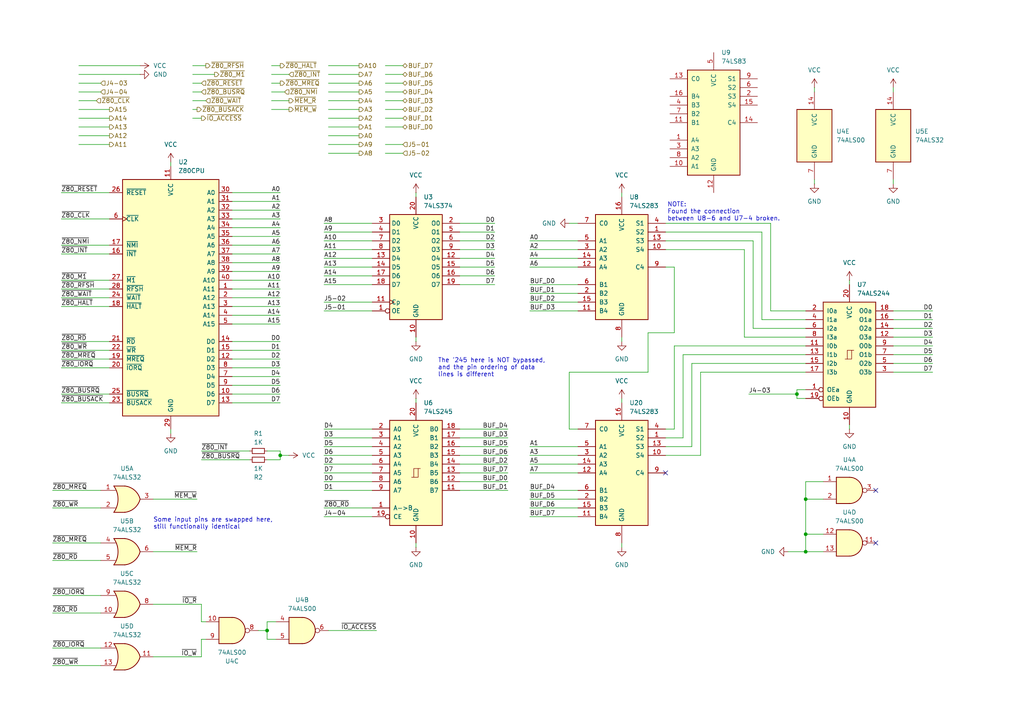
<source format=kicad_sch>
(kicad_sch (version 20231120) (generator "eeschema") (generator_version "8.0")
  (paper "A4")
  (lib_symbols
    (symbol "74xx:74LS00" (pin_names (offset 1.016))
      (property "Reference" "U" (at 0 1.27 0))
      (property "Value" "74LS00" (at 0 -1.27 0))
      (symbol "74LS00_1_1"
        (pin input line (at -7.62 2.54 0) (length 3.81) (name "~") (number "1"))
        (pin input line (at -7.62 -2.54 0) (length 3.81) (name "~") (number "2"))
        (pin output inverted (at 7.62 0 180) (length 3.81) (name "~") (number "3"))
      )
      (symbol "74LS00_1_2"
        (pin input inverted (at -7.62 2.54 0) (length 4.318) (name "~") (number "1"))
        (pin input inverted (at -7.62 -2.54 0) (length 4.318) (name "~") (number "2"))
        (pin output line (at 7.62 0 180) (length 3.81) (name "~") (number "3"))
      )
      (symbol "74LS00_2_1"
        (pin input line (at -7.62 2.54 0) (length 3.81) (name "~") (number "4"))
        (pin input line (at -7.62 -2.54 0) (length 3.81) (name "~") (number "5"))
        (pin output inverted (at 7.62 0 180) (length 3.81) (name "~") (number "6"))
      )
      (symbol "74LS00_2_2"
        (pin input inverted (at -7.62 2.54 0) (length 4.318) (name "~") (number "4"))
        (pin input inverted (at -7.62 -2.54 0) (length 4.318) (name "~") (number "5"))
        (pin output line (at 7.62 0 180) (length 3.81) (name "~") (number "6"))
      )
      (symbol "74LS00_3_1"
        (pin input line (at -7.62 -2.54 0) (length 3.81) (name "~") (number "10"))
        (pin output inverted (at 7.62 0 180) (length 3.81) (name "~") (number "8"))
        (pin input line (at -7.62 2.54 0) (length 3.81) (name "~") (number "9"))
      )
      (symbol "74LS00_3_2"
        (pin input inverted (at -7.62 -2.54 0) (length 4.318) (name "~") (number "10"))
        (pin output line (at 7.62 0 180) (length 3.81) (name "~") (number "8"))
        (pin input inverted (at -7.62 2.54 0) (length 4.318) (name "~") (number "9"))
      )
      (symbol "74LS00_4_1"
        (pin output inverted (at 7.62 0 180) (length 3.81) (name "~") (number "11"))
        (pin input line (at -7.62 2.54 0) (length 3.81) (name "~") (number "12"))
        (pin input line (at -7.62 -2.54 0) (length 3.81) (name "~") (number "13"))
      )
      (symbol "74LS00_4_2"
        (pin output line (at 7.62 0 180) (length 3.81) (name "~") (number "11"))
        (pin input inverted (at -7.62 2.54 0) (length 4.318) (name "~") (number "12"))
        (pin input inverted (at -7.62 -2.54 0) (length 4.318) (name "~") (number "13"))
      )
      (symbol "74LS00_5_0"
        (pin power_in line (at 0 12.7 270) (length 5.08) (name "VCC") (number "14"))
        (pin power_in line (at 0 -12.7 90) (length 5.08) (name "GND") (number "7"))
      )
    )
    (symbol "74xx:74LS244" (pin_names (offset 1.016))
      (property "Reference" "U" (at -7.62 16.51 0))
      (property "Value" "74LS244" (at -7.62 -16.51 0))
      (symbol "74LS244_1_0"
        (pin input inverted (at -12.7 -10.16 0) (length 5.08) (name "OEa") (number "1"))
        (pin power_in line (at 0 -20.32 90) (length 5.08) (name "GND") (number "10"))
        (pin input line (at -12.7 2.54 0) (length 5.08) (name "I0b") (number "11"))
        (pin tri_state line (at 12.7 5.08 180) (length 5.08) (name "O3a") (number "12"))
        (pin input line (at -12.7 0 0) (length 5.08) (name "I1b") (number "13"))
        (pin tri_state line (at 12.7 7.62 180) (length 5.08) (name "O2a") (number "14"))
        (pin input line (at -12.7 -2.54 0) (length 5.08) (name "I2b") (number "15"))
        (pin tri_state line (at 12.7 10.16 180) (length 5.08) (name "O1a") (number "16"))
        (pin input line (at -12.7 -5.08 0) (length 5.08) (name "I3b") (number "17"))
        (pin tri_state line (at 12.7 12.7 180) (length 5.08) (name "O0a") (number "18"))
        (pin input inverted (at -12.7 -12.7 0) (length 5.08) (name "OEb") (number "19"))
        (pin input line (at -12.7 12.7 0) (length 5.08) (name "I0a") (number "2"))
        (pin power_in line (at 0 20.32 270) (length 5.08) (name "VCC") (number "20"))
        (pin tri_state line (at 12.7 -5.08 180) (length 5.08) (name "O3b") (number "3"))
        (pin input line (at -12.7 10.16 0) (length 5.08) (name "I1a") (number "4"))
        (pin tri_state line (at 12.7 -2.54 180) (length 5.08) (name "O2b") (number "5"))
        (pin input line (at -12.7 7.62 0) (length 5.08) (name "I2a") (number "6"))
        (pin tri_state line (at 12.7 0 180) (length 5.08) (name "O1b") (number "7"))
        (pin input line (at -12.7 5.08 0) (length 5.08) (name "I3a") (number "8"))
        (pin tri_state line (at 12.7 2.54 180) (length 5.08) (name "O0b") (number "9"))
      )
    )
    (symbol "74xx:74LS245" (pin_names (offset 1.016))
      (property "Reference" "U" (at -7.62 16.51 0))
      (property "Value" "74LS245" (at -7.62 -16.51 0))
      (symbol "74LS245_1_0"
        (pin input line (at -12.7 -10.16 0) (length 5.08) (name "A->B") (number "1"))
        (pin power_in line (at 0 -20.32 90) (length 5.08) (name "GND") (number "10"))
        (pin tri_state line (at 12.7 -5.08 180) (length 5.08) (name "B7") (number "11"))
        (pin tri_state line (at 12.7 -2.54 180) (length 5.08) (name "B6") (number "12"))
        (pin tri_state line (at 12.7 0 180) (length 5.08) (name "B5") (number "13"))
        (pin tri_state line (at 12.7 2.54 180) (length 5.08) (name "B4") (number "14"))
        (pin tri_state line (at 12.7 5.08 180) (length 5.08) (name "B3") (number "15"))
        (pin tri_state line (at 12.7 7.62 180) (length 5.08) (name "B2") (number "16"))
        (pin tri_state line (at 12.7 10.16 180) (length 5.08) (name "B1") (number "17"))
        (pin tri_state line (at 12.7 12.7 180) (length 5.08) (name "B0") (number "18"))
        (pin input inverted (at -12.7 -12.7 0) (length 5.08) (name "CE") (number "19"))
        (pin tri_state line (at -12.7 12.7 0) (length 5.08) (name "A0") (number "2"))
        (pin power_in line (at 0 20.32 270) (length 5.08) (name "VCC") (number "20"))
        (pin tri_state line (at -12.7 10.16 0) (length 5.08) (name "A1") (number "3"))
        (pin tri_state line (at -12.7 7.62 0) (length 5.08) (name "A2") (number "4"))
        (pin tri_state line (at -12.7 5.08 0) (length 5.08) (name "A3") (number "5"))
        (pin tri_state line (at -12.7 2.54 0) (length 5.08) (name "A4") (number "6"))
        (pin tri_state line (at -12.7 0 0) (length 5.08) (name "A5") (number "7"))
        (pin tri_state line (at -12.7 -2.54 0) (length 5.08) (name "A6") (number "8"))
        (pin tri_state line (at -12.7 -5.08 0) (length 5.08) (name "A7") (number "9"))
      )
    )
    (symbol "74xx:74LS283" (pin_names (offset 1.016))
      (property "Reference" "U" (at -7.62 16.51 0))
      (property "Value" "74LS283" (at -7.62 -16.51 0))
      (symbol "74LS283_1_0"
        (pin output line (at 12.7 10.16 180) (length 5.08) (name "S2") (number "1"))
        (pin output line (at 12.7 5.08 180) (length 5.08) (name "S4") (number "10"))
        (pin input line (at -12.7 -12.7 0) (length 5.08) (name "B4") (number "11"))
        (pin input line (at -12.7 0 0) (length 5.08) (name "A4") (number "12"))
        (pin output line (at 12.7 7.62 180) (length 5.08) (name "S3") (number "13"))
        (pin input line (at -12.7 2.54 0) (length 5.08) (name "A3") (number "14"))
        (pin input line (at -12.7 -10.16 0) (length 5.08) (name "B3") (number "15"))
        (pin power_in line (at 0 20.32 270) (length 5.08) (name "VCC") (number "16"))
        (pin input line (at -12.7 -7.62 0) (length 5.08) (name "B2") (number "2"))
        (pin input line (at -12.7 5.08 0) (length 5.08) (name "A2") (number "3"))
        (pin output line (at 12.7 12.7 180) (length 5.08) (name "S1") (number "4"))
        (pin input line (at -12.7 7.62 0) (length 5.08) (name "A1") (number "5"))
        (pin input line (at -12.7 -5.08 0) (length 5.08) (name "B1") (number "6"))
        (pin input line (at -12.7 12.7 0) (length 5.08) (name "C0") (number "7"))
        (pin power_in line (at 0 -20.32 90) (length 5.08) (name "GND") (number "8"))
        (pin output line (at 12.7 0 180) (length 5.08) (name "C4") (number "9"))
      )
    )
    (symbol "74xx:74LS32" (pin_names (offset 1.016))
      (property "Reference" "U" (at 0 1.27 0))
      (property "Value" "74LS32" (at 0 -1.27 0))
      (symbol "74LS32_1_1"
        (pin input line (at -7.62 2.54 0) (length 4.318) (name "~") (number "1"))
        (pin input line (at -7.62 -2.54 0) (length 4.318) (name "~") (number "2"))
        (pin output line (at 7.62 0 180) (length 3.81) (name "~") (number "3"))
      )
      (symbol "74LS32_1_2"
        (pin input inverted (at -7.62 2.54 0) (length 3.81) (name "~") (number "1"))
        (pin input inverted (at -7.62 -2.54 0) (length 3.81) (name "~") (number "2"))
        (pin output inverted (at 7.62 0 180) (length 3.81) (name "~") (number "3"))
      )
      (symbol "74LS32_2_1"
        (pin input line (at -7.62 2.54 0) (length 4.318) (name "~") (number "4"))
        (pin input line (at -7.62 -2.54 0) (length 4.318) (name "~") (number "5"))
        (pin output line (at 7.62 0 180) (length 3.81) (name "~") (number "6"))
      )
      (symbol "74LS32_2_2"
        (pin input inverted (at -7.62 2.54 0) (length 3.81) (name "~") (number "4"))
        (pin input inverted (at -7.62 -2.54 0) (length 3.81) (name "~") (number "5"))
        (pin output inverted (at 7.62 0 180) (length 3.81) (name "~") (number "6"))
      )
      (symbol "74LS32_3_1"
        (pin input line (at -7.62 -2.54 0) (length 4.318) (name "~") (number "10"))
        (pin output line (at 7.62 0 180) (length 3.81) (name "~") (number "8"))
        (pin input line (at -7.62 2.54 0) (length 4.318) (name "~") (number "9"))
      )
      (symbol "74LS32_3_2"
        (pin input inverted (at -7.62 -2.54 0) (length 3.81) (name "~") (number "10"))
        (pin output inverted (at 7.62 0 180) (length 3.81) (name "~") (number "8"))
        (pin input inverted (at -7.62 2.54 0) (length 3.81) (name "~") (number "9"))
      )
      (symbol "74LS32_4_1"
        (pin output line (at 7.62 0 180) (length 3.81) (name "~") (number "11"))
        (pin input line (at -7.62 2.54 0) (length 4.318) (name "~") (number "12"))
        (pin input line (at -7.62 -2.54 0) (length 4.318) (name "~") (number "13"))
      )
      (symbol "74LS32_4_2"
        (pin output inverted (at 7.62 0 180) (length 3.81) (name "~") (number "11"))
        (pin input inverted (at -7.62 2.54 0) (length 3.81) (name "~") (number "12"))
        (pin input inverted (at -7.62 -2.54 0) (length 3.81) (name "~") (number "13"))
      )
      (symbol "74LS32_5_0"
        (pin power_in line (at 0 12.7 270) (length 5.08) (name "VCC") (number "14"))
        (pin power_in line (at 0 -12.7 90) (length 5.08) (name "GND") (number "7"))
      )
    )
    (symbol "74xx:74LS374"
      (property "Reference" "U" (at -7.62 16.51 0))
      (property "Value" "74LS374" (at -7.62 -16.51 0))
      (symbol "74LS374_1_0"
        (pin input inverted (at -12.7 -12.7 0) (length 5.08) (name "OE") (number "1"))
        (pin power_in line (at 0 -20.32 90) (length 5.08) (name "GND") (number "10"))
        (pin input clock (at -12.7 -10.16 0) (length 5.08) (name "Cp") (number "11"))
        (pin tri_state line (at 12.7 2.54 180) (length 5.08) (name "O4") (number "12"))
        (pin input line (at -12.7 2.54 0) (length 5.08) (name "D4") (number "13"))
        (pin input line (at -12.7 0 0) (length 5.08) (name "D5") (number "14"))
        (pin tri_state line (at 12.7 0 180) (length 5.08) (name "O5") (number "15"))
        (pin tri_state line (at 12.7 -2.54 180) (length 5.08) (name "O6") (number "16"))
        (pin input line (at -12.7 -2.54 0) (length 5.08) (name "D6") (number "17"))
        (pin input line (at -12.7 -5.08 0) (length 5.08) (name "D7") (number "18"))
        (pin tri_state line (at 12.7 -5.08 180) (length 5.08) (name "O7") (number "19"))
        (pin tri_state line (at 12.7 12.7 180) (length 5.08) (name "O0") (number "2"))
        (pin power_in line (at 0 20.32 270) (length 5.08) (name "VCC") (number "20"))
        (pin input line (at -12.7 12.7 0) (length 5.08) (name "D0") (number "3"))
        (pin input line (at -12.7 10.16 0) (length 5.08) (name "D1") (number "4"))
        (pin tri_state line (at 12.7 10.16 180) (length 5.08) (name "O1") (number "5"))
        (pin tri_state line (at 12.7 7.62 180) (length 5.08) (name "O2") (number "6"))
        (pin input line (at -12.7 7.62 0) (length 5.08) (name "D2") (number "7"))
        (pin input line (at -12.7 5.08 0) (length 5.08) (name "D3") (number "8"))
        (pin tri_state line (at 12.7 5.08 180) (length 5.08) (name "O3") (number "9"))
      )
    )
    (symbol "74xx:74LS83" (pin_names (offset 1.016))
      (property "Reference" "U" (at -7.62 16.51 0))
      (property "Value" "74LS83" (at -7.62 -16.51 0))
      (symbol "74LS83_1_0"
        (pin input line (at -12.7 -5.08 0) (length 5.08) (name "A4") (number "1"))
        (pin input line (at -12.7 -12.7 0) (length 5.08) (name "A1") (number "10"))
        (pin input line (at -12.7 0 0) (length 5.08) (name "B1") (number "11"))
        (pin power_in line (at 0 -20.32 90) (length 5.08) (name "GND") (number "12"))
        (pin input line (at -12.7 12.7 0) (length 5.08) (name "C0") (number "13"))
        (pin output line (at 12.7 0 180) (length 5.08) (name "C4") (number "14"))
        (pin output line (at 12.7 5.08 180) (length 5.08) (name "S4") (number "15"))
        (pin input line (at -12.7 7.62 0) (length 5.08) (name "B4") (number "16"))
        (pin output line (at 12.7 7.62 180) (length 5.08) (name "S3") (number "2"))
        (pin input line (at -12.7 -7.62 0) (length 5.08) (name "A3") (number "3"))
        (pin input line (at -12.7 5.08 0) (length 5.08) (name "B3") (number "4"))
        (pin power_in line (at 0 20.32 270) (length 5.08) (name "VCC") (number "5"))
        (pin output line (at 12.7 10.16 180) (length 5.08) (name "S2") (number "6"))
        (pin input line (at -12.7 2.54 0) (length 5.08) (name "B2") (number "7"))
        (pin input line (at -12.7 -10.16 0) (length 5.08) (name "A2") (number "8"))
        (pin output line (at 12.7 12.7 180) (length 5.08) (name "S1") (number "9"))
      )
    )
    (symbol "CPU:Z80CPU" (pin_names (offset 1.016))
      (property "Reference" "U" (at -13.97 35.56 0))
      (property "Value" "Z80CPU" (at 6.35 35.56 0))
      (symbol "Z80CPU_1_1"
        (pin output line (at 17.78 2.54 180) (length 3.81) (name "A11") (number "1"))
        (pin bidirectional line (at 17.78 -27.94 180) (length 3.81) (name "D6") (number "10"))
        (pin power_in line (at 0 38.1 270) (length 3.81) (name "VCC") (number "11"))
        (pin bidirectional line (at 17.78 -17.78 180) (length 3.81) (name "D2") (number "12"))
        (pin bidirectional line (at 17.78 -30.48 180) (length 3.81) (name "D7") (number "13"))
        (pin bidirectional line (at 17.78 -12.7 180) (length 3.81) (name "D0") (number "14"))
        (pin bidirectional line (at 17.78 -15.24 180) (length 3.81) (name "D1") (number "15"))
        (pin input line (at -17.78 12.7 0) (length 3.81) (name "~{INT}") (number "16"))
        (pin input line (at -17.78 15.24 0) (length 3.81) (name "~{NMI}") (number "17"))
        (pin output line (at -17.78 -2.54 0) (length 3.81) (name "~{HALT}") (number "18"))
        (pin output line (at -17.78 -17.78 0) (length 3.81) (name "~{MREQ}") (number "19"))
        (pin output line (at 17.78 0 180) (length 3.81) (name "A12") (number "2"))
        (pin output line (at -17.78 -20.32 0) (length 3.81) (name "~{IORQ}") (number "20"))
        (pin output line (at -17.78 -12.7 0) (length 3.81) (name "~{RD}") (number "21"))
        (pin output line (at -17.78 -15.24 0) (length 3.81) (name "~{WR}") (number "22"))
        (pin output line (at -17.78 -30.48 0) (length 3.81) (name "~{BUSACK}") (number "23"))
        (pin input line (at -17.78 0 0) (length 3.81) (name "~{WAIT}") (number "24"))
        (pin input line (at -17.78 -27.94 0) (length 3.81) (name "~{BUSRQ}") (number "25"))
        (pin input line (at -17.78 30.48 0) (length 3.81) (name "~{RESET}") (number "26"))
        (pin output line (at -17.78 5.08 0) (length 3.81) (name "~{M1}") (number "27"))
        (pin output line (at -17.78 2.54 0) (length 3.81) (name "~{RFSH}") (number "28"))
        (pin power_in line (at 0 -38.1 90) (length 3.81) (name "GND") (number "29"))
        (pin output line (at 17.78 -2.54 180) (length 3.81) (name "A13") (number "3"))
        (pin output line (at 17.78 30.48 180) (length 3.81) (name "A0") (number "30"))
        (pin output line (at 17.78 27.94 180) (length 3.81) (name "A1") (number "31"))
        (pin output line (at 17.78 25.4 180) (length 3.81) (name "A2") (number "32"))
        (pin output line (at 17.78 22.86 180) (length 3.81) (name "A3") (number "33"))
        (pin output line (at 17.78 20.32 180) (length 3.81) (name "A4") (number "34"))
        (pin output line (at 17.78 17.78 180) (length 3.81) (name "A5") (number "35"))
        (pin output line (at 17.78 15.24 180) (length 3.81) (name "A6") (number "36"))
        (pin output line (at 17.78 12.7 180) (length 3.81) (name "A7") (number "37"))
        (pin output line (at 17.78 10.16 180) (length 3.81) (name "A8") (number "38"))
        (pin output line (at 17.78 7.62 180) (length 3.81) (name "A9") (number "39"))
        (pin output line (at 17.78 -5.08 180) (length 3.81) (name "A14") (number "4"))
        (pin output line (at 17.78 5.08 180) (length 3.81) (name "A10") (number "40"))
        (pin output line (at 17.78 -7.62 180) (length 3.81) (name "A15") (number "5"))
        (pin input clock (at -17.78 22.86 0) (length 3.81) (name "~{CLK}") (number "6"))
        (pin bidirectional line (at 17.78 -22.86 180) (length 3.81) (name "D4") (number "7"))
        (pin bidirectional line (at 17.78 -20.32 180) (length 3.81) (name "D3") (number "8"))
        (pin bidirectional line (at 17.78 -25.4 180) (length 3.81) (name "D5") (number "9"))
      )
    )
    (symbol "Device:R_Small" (pin_numbers hide) (pin_names (offset 0.254) hide)
      (property "Reference" "R" (at 0.762 0.508 0))
      (property "Value" "R_Small" (at 0.762 -1.016 0))
      (symbol "R_Small_1_1"
        (pin passive line (at 0 2.54 270) (length 0.762) (name "~") (number "1"))
        (pin passive line (at 0 -2.54 90) (length 0.762) (name "~") (number "2"))
      )
    )
    (symbol "power:GND" (power) (pin_numbers hide) (pin_names (offset 0) hide)
      (property "Value" "GND" (at 0 -3.81 0))
      (symbol "GND_1_1"
        (pin power_in line (at 0 0 270) (length 0) (name "~") (number "1"))
      )
    )
    (symbol "power:VCC" (power) (pin_numbers hide) (pin_names (offset 0) hide)
      (property "Value" "VCC" (at 0 3.556 0))
      (symbol "VCC_1_1"
        (pin power_in line (at 0 0 90) (length 0) (name "~") (number "1"))
      )
    )
  )
  (junction (at 231.14 114.3))
  (junction (at 233.68 144.78))
  (junction (at 233.68 160.02))
  (junction (at 77.47 182.88))
  (junction (at 233.68 154.94))
  (junction (at 81.28 132.08))
  (no_connect (at 254 142.24))
  (no_connect (at 254 157.48))
  (no_connect (at 193.04 137.16))
  (wire (pts (xy 153.67 144.78) (xy 167.64 144.78)))
  (wire (pts (xy 147.32 129.54) (xy 133.35 129.54)))
  (wire (pts (xy 133.35 77.47) (xy 143.51 77.47)))
  (wire (pts (xy 22.86 26.67) (xy 29.21 26.67)))
  (wire (pts (xy 55.88 19.05) (xy 59.69 19.05)))
  (wire (pts (xy 147.32 134.62) (xy 133.35 134.62)))
  (wire (pts (xy 93.98 80.01) (xy 107.95 80.01)))
  (wire (pts (xy 15.24 193.04) (xy 29.21 193.04)))
  (wire (pts (xy 233.68 97.79) (xy 215.9 97.79)))
  (wire (pts (xy 259.08 52.07) (xy 259.08 53.34)))
  (wire (pts (xy 195.58 124.46) (xy 195.58 100.33)))
  (wire (pts (xy 22.86 41.91) (xy 31.75 41.91)))
  (wire (pts (xy 22.86 31.75) (xy 31.75 31.75)))
  (wire (pts (xy 49.53 124.46) (xy 49.53 125.73)))
  (wire (pts (xy 67.31 68.58) (xy 81.28 68.58)))
  (wire (pts (xy 180.34 97.79) (xy 180.34 99.06)))
  (wire (pts (xy 78.74 31.75) (xy 83.82 31.75)))
  (wire (pts (xy 218.44 69.85) (xy 218.44 95.25)))
  (wire (pts (xy 67.31 88.9) (xy 81.28 88.9)))
  (wire (pts (xy 22.86 34.29) (xy 31.75 34.29)))
  (wire (pts (xy 215.9 97.79) (xy 215.9 72.39)))
  (wire (pts (xy 44.45 160.02) (xy 57.15 160.02)))
  (wire (pts (xy 15.24 162.56) (xy 29.21 162.56)))
  (wire (pts (xy 67.31 78.74) (xy 81.28 78.74)))
  (wire (pts (xy 147.32 124.46) (xy 133.35 124.46)))
  (wire (pts (xy 93.98 132.08) (xy 107.95 132.08)))
  (wire (pts (xy 153.67 82.55) (xy 167.64 82.55)))
  (wire (pts (xy 17.78 101.6) (xy 31.75 101.6)))
  (wire (pts (xy 67.31 93.98) (xy 81.28 93.98)))
  (wire (pts (xy 55.88 24.13) (xy 58.42 24.13)))
  (wire (pts (xy 133.35 67.31) (xy 143.51 67.31)))
  (wire (pts (xy 93.98 82.55) (xy 107.95 82.55)))
  (wire (pts (xy 111.76 24.13) (xy 116.84 24.13)))
  (wire (pts (xy 153.67 69.85) (xy 167.64 69.85)))
  (wire (pts (xy 67.31 81.28) (xy 81.28 81.28)))
  (wire (pts (xy 93.98 67.31) (xy 107.95 67.31)))
  (wire (pts (xy 93.98 139.7) (xy 107.95 139.7)))
  (wire (pts (xy 231.14 115.57) (xy 233.68 115.57)))
  (wire (pts (xy 193.04 64.77) (xy 223.52 64.77)))
  (wire (pts (xy 153.67 72.39) (xy 167.64 72.39)))
  (wire (pts (xy 153.67 90.17) (xy 167.64 90.17)))
  (wire (pts (xy 93.98 137.16) (xy 107.95 137.16)))
  (wire (pts (xy 67.31 109.22) (xy 81.28 109.22)))
  (wire (pts (xy 17.78 81.28) (xy 31.75 81.28)))
  (wire (pts (xy 259.08 92.71) (xy 270.51 92.71)))
  (wire (pts (xy 22.86 24.13) (xy 29.21 24.13)))
  (wire (pts (xy 93.98 134.62) (xy 107.95 134.62)))
  (wire (pts (xy 153.67 132.08) (xy 167.64 132.08)))
  (wire (pts (xy 193.04 69.85) (xy 218.44 69.85)))
  (wire (pts (xy 147.32 127) (xy 133.35 127)))
  (wire (pts (xy 93.98 74.93) (xy 107.95 74.93)))
  (wire (pts (xy 93.98 77.47) (xy 107.95 77.47)))
  (wire (pts (xy 67.31 86.36) (xy 81.28 86.36)))
  (wire (pts (xy 93.98 72.39) (xy 107.95 72.39)))
  (wire (pts (xy 67.31 66.04) (xy 81.28 66.04)))
  (wire (pts (xy 58.42 185.42) (xy 59.69 185.42)))
  (wire (pts (xy 195.58 100.33) (xy 233.68 100.33)))
  (wire (pts (xy 15.24 187.96) (xy 29.21 187.96)))
  (wire (pts (xy 95.25 41.91) (xy 104.14 41.91)))
  (wire (pts (xy 187.96 96.52) (xy 187.96 107.95)))
  (wire (pts (xy 153.67 87.63) (xy 167.64 87.63)))
  (wire (pts (xy 58.42 190.5) (xy 58.42 185.42)))
  (wire (pts (xy 233.68 144.78) (xy 238.76 144.78)))
  (wire (pts (xy 67.31 91.44) (xy 81.28 91.44)))
  (wire (pts (xy 231.14 114.3) (xy 231.14 115.57)))
  (wire (pts (xy 111.76 31.75) (xy 116.84 31.75)))
  (wire (pts (xy 55.88 21.59) (xy 62.23 21.59)))
  (wire (pts (xy 95.25 24.13) (xy 104.14 24.13)))
  (wire (pts (xy 67.31 104.14) (xy 81.28 104.14)))
  (wire (pts (xy 195.58 77.47) (xy 195.58 96.52)))
  (wire (pts (xy 111.76 41.91) (xy 116.84 41.91)))
  (wire (pts (xy 228.6 160.02) (xy 233.68 160.02)))
  (wire (pts (xy 74.93 182.88) (xy 77.47 182.88)))
  (wire (pts (xy 17.78 114.3) (xy 31.75 114.3)))
  (wire (pts (xy 153.67 147.32) (xy 167.64 147.32)))
  (wire (pts (xy 215.9 72.39) (xy 193.04 72.39)))
  (wire (pts (xy 31.75 63.5) (xy 17.78 63.5)))
  (wire (pts (xy 17.78 73.66) (xy 31.75 73.66)))
  (wire (pts (xy 203.2 107.95) (xy 233.68 107.95)))
  (wire (pts (xy 120.65 55.88) (xy 120.65 57.15)))
  (wire (pts (xy 95.25 39.37) (xy 104.14 39.37)))
  (wire (pts (xy 133.35 74.93) (xy 143.51 74.93)))
  (wire (pts (xy 67.31 63.5) (xy 81.28 63.5)))
  (wire (pts (xy 153.67 85.09) (xy 167.64 85.09)))
  (wire (pts (xy 218.44 95.25) (xy 233.68 95.25)))
  (wire (pts (xy 15.24 157.48) (xy 29.21 157.48)))
  (wire (pts (xy 195.58 96.52) (xy 187.96 96.52)))
  (wire (pts (xy 111.76 29.21) (xy 116.84 29.21)))
  (wire (pts (xy 198.12 127) (xy 198.12 102.87)))
  (wire (pts (xy 95.25 34.29) (xy 104.14 34.29)))
  (wire (pts (xy 193.04 132.08) (xy 203.2 132.08)))
  (wire (pts (xy 133.35 69.85) (xy 143.51 69.85)))
  (wire (pts (xy 17.78 83.82) (xy 31.75 83.82)))
  (wire (pts (xy 107.95 149.86) (xy 93.98 149.86)))
  (wire (pts (xy 22.86 21.59) (xy 40.64 21.59)))
  (wire (pts (xy 44.45 190.5) (xy 58.42 190.5)))
  (wire (pts (xy 58.42 130.81) (xy 72.39 130.81)))
  (wire (pts (xy 49.53 46.99) (xy 49.53 48.26)))
  (wire (pts (xy 133.35 72.39) (xy 143.51 72.39)))
  (wire (pts (xy 95.25 44.45) (xy 104.14 44.45)))
  (wire (pts (xy 22.86 19.05) (xy 40.64 19.05)))
  (wire (pts (xy 67.31 55.88) (xy 81.28 55.88)))
  (wire (pts (xy 233.68 144.78) (xy 233.68 154.94)))
  (wire (pts (xy 67.31 114.3) (xy 81.28 114.3)))
  (wire (pts (xy 259.08 97.79) (xy 270.51 97.79)))
  (wire (pts (xy 147.32 142.24) (xy 133.35 142.24)))
  (wire (pts (xy 236.22 25.4) (xy 236.22 26.67)))
  (wire (pts (xy 55.88 34.29) (xy 58.42 34.29)))
  (wire (pts (xy 93.98 124.46) (xy 107.95 124.46)))
  (wire (pts (xy 77.47 185.42) (xy 80.01 185.42)))
  (wire (pts (xy 233.68 154.94) (xy 233.68 160.02)))
  (wire (pts (xy 31.75 55.88) (xy 17.78 55.88)))
  (wire (pts (xy 81.28 130.81) (xy 81.28 132.08)))
  (wire (pts (xy 17.78 99.06) (xy 31.75 99.06)))
  (wire (pts (xy 233.68 113.03) (xy 231.14 113.03)))
  (wire (pts (xy 55.88 31.75) (xy 57.15 31.75)))
  (wire (pts (xy 15.24 147.32) (xy 29.21 147.32)))
  (wire (pts (xy 22.86 36.83) (xy 31.75 36.83)))
  (wire (pts (xy 200.66 105.41) (xy 233.68 105.41)))
  (wire (pts (xy 200.66 129.54) (xy 200.66 105.41)))
  (wire (pts (xy 58.42 175.26) (xy 58.42 180.34)))
  (wire (pts (xy 93.98 129.54) (xy 107.95 129.54)))
  (wire (pts (xy 147.32 139.7) (xy 133.35 139.7)))
  (wire (pts (xy 95.25 26.67) (xy 104.14 26.67)))
  (wire (pts (xy 165.1 124.46) (xy 167.64 124.46)))
  (wire (pts (xy 67.31 58.42) (xy 81.28 58.42)))
  (wire (pts (xy 67.31 73.66) (xy 81.28 73.66)))
  (wire (pts (xy 44.45 144.78) (xy 57.15 144.78)))
  (wire (pts (xy 193.04 124.46) (xy 195.58 124.46)))
  (wire (pts (xy 17.78 71.12) (xy 31.75 71.12)))
  (wire (pts (xy 67.31 99.06) (xy 81.28 99.06)))
  (wire (pts (xy 95.25 29.21) (xy 104.14 29.21)))
  (wire (pts (xy 133.35 80.01) (xy 143.51 80.01)))
  (wire (pts (xy 17.78 86.36) (xy 31.75 86.36)))
  (wire (pts (xy 233.68 154.94) (xy 238.76 154.94)))
  (wire (pts (xy 165.1 107.95) (xy 165.1 124.46)))
  (wire (pts (xy 107.95 87.63) (xy 93.98 87.63)))
  (wire (pts (xy 259.08 95.25) (xy 270.51 95.25)))
  (wire (pts (xy 120.65 97.79) (xy 120.65 99.06)))
  (wire (pts (xy 193.04 67.31) (xy 220.98 67.31)))
  (wire (pts (xy 153.67 142.24) (xy 167.64 142.24)))
  (wire (pts (xy 111.76 36.83) (xy 116.84 36.83)))
  (wire (pts (xy 22.86 29.21) (xy 27.94 29.21)))
  (wire (pts (xy 67.31 83.82) (xy 81.28 83.82)))
  (wire (pts (xy 17.78 88.9) (xy 31.75 88.9)))
  (wire (pts (xy 78.74 26.67) (xy 82.55 26.67)))
  (wire (pts (xy 153.67 129.54) (xy 167.64 129.54)))
  (wire (pts (xy 165.1 64.77) (xy 167.64 64.77)))
  (wire (pts (xy 133.35 82.55) (xy 143.51 82.55)))
  (wire (pts (xy 259.08 107.95) (xy 270.51 107.95)))
  (wire (pts (xy 55.88 26.67) (xy 58.42 26.67)))
  (wire (pts (xy 147.32 132.08) (xy 133.35 132.08)))
  (wire (pts (xy 78.74 21.59) (xy 83.82 21.59)))
  (wire (pts (xy 67.31 116.84) (xy 81.28 116.84)))
  (wire (pts (xy 80.01 180.34) (xy 77.47 180.34)))
  (wire (pts (xy 111.76 26.67) (xy 116.84 26.67)))
  (wire (pts (xy 95.25 31.75) (xy 104.14 31.75)))
  (wire (pts (xy 93.98 147.32) (xy 107.95 147.32)))
  (wire (pts (xy 67.31 111.76) (xy 81.28 111.76)))
  (wire (pts (xy 111.76 34.29) (xy 116.84 34.29)))
  (wire (pts (xy 17.78 116.84) (xy 31.75 116.84)))
  (wire (pts (xy 153.67 137.16) (xy 167.64 137.16)))
  (wire (pts (xy 180.34 157.48) (xy 180.34 158.75)))
  (wire (pts (xy 78.74 24.13) (xy 81.28 24.13)))
  (wire (pts (xy 111.76 44.45) (xy 116.84 44.45)))
  (wire (pts (xy 153.67 149.86) (xy 167.64 149.86)))
  (wire (pts (xy 95.25 19.05) (xy 104.14 19.05)))
  (wire (pts (xy 193.04 77.47) (xy 195.58 77.47)))
  (wire (pts (xy 246.38 81.28) (xy 246.38 82.55)))
  (wire (pts (xy 81.28 132.08) (xy 81.28 133.35)))
  (wire (pts (xy 193.04 127) (xy 198.12 127)))
  (wire (pts (xy 223.52 90.17) (xy 233.68 90.17)))
  (wire (pts (xy 95.25 182.88) (xy 109.22 182.88)))
  (wire (pts (xy 78.74 19.05) (xy 81.28 19.05)))
  (wire (pts (xy 153.67 74.93) (xy 167.64 74.93)))
  (wire (pts (xy 233.68 160.02) (xy 238.76 160.02)))
  (wire (pts (xy 198.12 102.87) (xy 233.68 102.87)))
  (wire (pts (xy 15.24 142.24) (xy 29.21 142.24)))
  (wire (pts (xy 17.78 104.14) (xy 31.75 104.14)))
  (wire (pts (xy 67.31 76.2) (xy 81.28 76.2)))
  (wire (pts (xy 238.76 139.7) (xy 233.68 139.7)))
  (wire (pts (xy 220.98 67.31) (xy 220.98 92.71)))
  (wire (pts (xy 223.52 64.77) (xy 223.52 90.17)))
  (wire (pts (xy 22.86 39.37) (xy 31.75 39.37)))
  (wire (pts (xy 153.67 77.47) (xy 167.64 77.47)))
  (wire (pts (xy 17.78 106.68) (xy 31.75 106.68)))
  (wire (pts (xy 67.31 60.96) (xy 81.28 60.96)))
  (wire (pts (xy 15.24 172.72) (xy 29.21 172.72)))
  (wire (pts (xy 259.08 90.17) (xy 270.51 90.17)))
  (wire (pts (xy 203.2 132.08) (xy 203.2 107.95)))
  (wire (pts (xy 120.65 157.48) (xy 120.65 158.75)))
  (wire (pts (xy 187.96 107.95) (xy 165.1 107.95)))
  (wire (pts (xy 147.32 137.16) (xy 133.35 137.16)))
  (wire (pts (xy 259.08 105.41) (xy 270.51 105.41)))
  (wire (pts (xy 58.42 133.35) (xy 72.39 133.35)))
  (wire (pts (xy 231.14 114.3) (xy 217.17 114.3)))
  (wire (pts (xy 58.42 180.34) (xy 59.69 180.34)))
  (wire (pts (xy 95.25 36.83) (xy 104.14 36.83)))
  (wire (pts (xy 107.95 64.77) (xy 93.98 64.77)))
  (wire (pts (xy 153.67 134.62) (xy 167.64 134.62)))
  (wire (pts (xy 259.08 25.4) (xy 259.08 26.67)))
  (wire (pts (xy 180.34 55.88) (xy 180.34 57.15)))
  (wire (pts (xy 107.95 90.17) (xy 93.98 90.17)))
  (wire (pts (xy 67.31 106.68) (xy 81.28 106.68)))
  (wire (pts (xy 81.28 133.35) (xy 77.47 133.35)))
  (wire (pts (xy 67.31 101.6) (xy 81.28 101.6)))
  (wire (pts (xy 133.35 64.77) (xy 143.51 64.77)))
  (wire (pts (xy 78.74 29.21) (xy 83.82 29.21)))
  (wire (pts (xy 120.65 115.57) (xy 120.65 116.84)))
  (wire (pts (xy 193.04 129.54) (xy 200.66 129.54)))
  (wire (pts (xy 180.34 115.57) (xy 180.34 116.84)))
  (wire (pts (xy 95.25 21.59) (xy 104.14 21.59)))
  (wire (pts (xy 236.22 52.07) (xy 236.22 53.34)))
  (wire (pts (xy 55.88 29.21) (xy 59.69 29.21)))
  (wire (pts (xy 81.28 132.08) (xy 83.82 132.08)))
  (wire (pts (xy 93.98 142.24) (xy 107.95 142.24)))
  (wire (pts (xy 77.47 130.81) (xy 81.28 130.81)))
  (wire (pts (xy 231.14 113.03) (xy 231.14 114.3)))
  (wire (pts (xy 15.24 177.8) (xy 29.21 177.8)))
  (wire (pts (xy 111.76 19.05) (xy 116.84 19.05)))
  (wire (pts (xy 44.45 175.26) (xy 58.42 175.26)))
  (wire (pts (xy 77.47 180.34) (xy 77.47 182.88)))
  (wire (pts (xy 111.76 21.59) (xy 116.84 21.59)))
  (wire (pts (xy 67.31 71.12) (xy 81.28 71.12)))
  (wire (pts (xy 246.38 123.19) (xy 246.38 124.46)))
  (wire (pts (xy 259.08 100.33) (xy 270.51 100.33)))
  (wire (pts (xy 77.47 182.88) (xy 77.47 185.42)))
  (wire (pts (xy 93.98 127) (xy 107.95 127)))
  (wire (pts (xy 259.08 102.87) (xy 270.51 102.87)))
  (wire (pts (xy 93.98 69.85) (xy 107.95 69.85)))
  (wire (pts (xy 220.98 92.71) (xy 233.68 92.71)))
  (wire (pts (xy 233.68 139.7) (xy 233.68 144.78)))
  (text "The '245 here is NOT bypassed,\nand the pin ordering of data\nlines is different" (at 127 106.68 0) (effects (font (size 1.27 1.27)) (justify left)))
  (text "Some input pins are swapped here,\nstill functionally identical" (at 44.45 151.892 0) (effects (font (size 1.27 1.27)) (justify left)))
  (text "NOTE:\nFound the connection\nbetween U8-6 and U7-4 broken.\n" (at 193.548 61.468 0) (effects (font (size 1.27 1.27)) (justify left)))
  (label "BUF_D1" (at 147.32 142.24 180))
  (label "D3" (at 93.98 127 0))
  (label "A13" (at 81.28 88.9 180))
  (label "D4" (at 270.51 100.33 180))
  (label "D5" (at 270.51 102.87 180))
  (label "A13" (at 93.98 77.47 0))
  (label "~{MEM_W}" (at 57.15 144.78 180))
  (label "~{Z80_WR}" (at 15.24 193.04 0))
  (label "~{Z80_IORQ}" (at 15.24 172.72 0))
  (label "BUF_D6" (at 147.32 132.08 180))
  (label "~{Z80_M1}" (at 17.78 81.28 0))
  (label "~{Z80_MREQ}" (at 17.78 104.14 0))
  (label "~{IO_W}" (at 57.15 190.5 180))
  (label "A12" (at 81.28 86.36 180))
  (label "BUF_D0" (at 153.67 82.55 0))
  (label "D3" (at 270.51 97.79 180))
  (label "A15" (at 93.98 82.55 0))
  (label "BUF_D7" (at 153.67 149.86 0))
  (label "BUF_D5" (at 153.67 144.78 0))
  (label "A3" (at 81.28 63.5 180))
  (label "J5-01" (at 93.98 90.17 0))
  (label "BUF_D4" (at 153.67 142.24 0))
  (label "D7" (at 143.51 82.55 180))
  (label "D4" (at 93.98 124.46 0))
  (label "D1" (at 81.28 101.6 180))
  (label "A9" (at 93.98 67.31 0))
  (label "D0" (at 81.28 99.06 180))
  (label "~{Z80_NMI}" (at 17.78 71.12 0))
  (label "D3" (at 81.28 106.68 180))
  (label "~{Z80_RD}" (at 15.24 162.56 0))
  (label "D5" (at 143.51 77.47 180))
  (label "~{IO_ACCESS}" (at 109.22 182.88 180))
  (label "A10" (at 81.28 81.28 180))
  (label "~{Z80_BUSRQ}" (at 58.42 133.35 0))
  (label "D4" (at 81.28 109.22 180))
  (label "D7" (at 270.51 107.95 180))
  (label "BUF_D3" (at 147.32 127 180))
  (label "A4" (at 81.28 66.04 180))
  (label "D1" (at 93.98 142.24 0))
  (label "A10" (at 93.98 69.85 0))
  (label "D6" (at 93.98 132.08 0))
  (label "A9" (at 81.28 78.74 180))
  (label "A6" (at 81.28 71.12 180))
  (label "A7" (at 153.67 137.16 0))
  (label "D1" (at 143.51 67.31 180))
  (label "D0" (at 93.98 139.7 0))
  (label "D2" (at 143.51 69.85 180))
  (label "A2" (at 153.67 72.39 0))
  (label "D7" (at 93.98 137.16 0))
  (label "J4-03" (at 217.17 114.3 0))
  (label "D0" (at 143.51 64.77 180))
  (label "~{Z80_IORQ}" (at 17.78 106.68 0))
  (label "A1" (at 153.67 129.54 0))
  (label "A14" (at 81.28 91.44 180))
  (label "BUF_D2" (at 153.67 87.63 0))
  (label "~{Z80_MREQ}" (at 15.24 157.48 0))
  (label "A5" (at 153.67 134.62 0))
  (label "~{Z80_RD}" (at 17.78 99.06 0))
  (label "BUF_D2" (at 147.32 134.62 180))
  (label "A7" (at 81.28 73.66 180))
  (label "~{Z80_BUSACK}" (at 17.78 116.84 0))
  (label "~{Z80_RD}" (at 15.24 177.8 0))
  (label "~{Z80_RESET}" (at 17.78 55.88 0))
  (label "A11" (at 93.98 72.39 0))
  (label "D7" (at 81.28 116.84 180))
  (label "~{Z80_BUSRQ}" (at 17.78 114.3 0))
  (label "D3" (at 143.51 72.39 180))
  (label "~{Z80_INT}" (at 17.78 73.66 0))
  (label "BUF_D5" (at 147.32 129.54 180))
  (label "~{MEM_R}" (at 57.15 160.02 180))
  (label "D0" (at 270.51 90.17 180))
  (label "A0" (at 153.67 69.85 0))
  (label "A4" (at 153.67 74.93 0))
  (label "~{Z80_IORQ}" (at 15.24 187.96 0))
  (label "A1" (at 81.28 58.42 180))
  (label "~{Z80_WR}" (at 17.78 101.6 0))
  (label "BUF_D1" (at 153.67 85.09 0))
  (label "BUF_D7" (at 147.32 137.16 180))
  (label "BUF_D0" (at 147.32 139.7 180))
  (label "D6" (at 143.51 80.01 180))
  (label "A15" (at 81.28 93.98 180))
  (label "D6" (at 81.28 114.3 180))
  (label "~{Z80_INT}" (at 58.42 130.81 0))
  (label "BUF_D6" (at 153.67 147.32 0))
  (label "BUF_D4" (at 147.32 124.46 180))
  (label "~{Z80_HALT}" (at 17.78 88.9 0))
  (label "D1" (at 270.51 92.71 180))
  (label "D5" (at 81.28 111.76 180))
  (label "A6" (at 153.67 77.47 0))
  (label "A5" (at 81.28 68.58 180))
  (label "A2" (at 81.28 60.96 180))
  (label "BUF_D3" (at 153.67 90.17 0))
  (label "J4-04" (at 93.98 149.86 0))
  (label "~{IO_R}" (at 57.15 175.26 180))
  (label "D5" (at 93.98 129.54 0))
  (label "~{Z80_RD}" (at 93.98 147.32 0))
  (label "D4" (at 143.51 74.93 180))
  (label "A8" (at 81.28 76.2 180))
  (label "J5-02" (at 93.98 87.63 0))
  (label "~{Z80_RFSH}" (at 17.78 83.82 0))
  (label "A11" (at 81.28 83.82 180))
  (label "D2" (at 81.28 104.14 180))
  (label "D2" (at 270.51 95.25 180))
  (label "~{Z80_WAIT}" (at 17.78 86.36 0))
  (label "~{Z80_WR}" (at 15.24 147.32 0))
  (label "D2" (at 93.98 134.62 0))
  (label "~{Z80_MREQ}" (at 15.24 142.24 0))
  (label "D6" (at 270.51 105.41 180))
  (label "A3" (at 153.67 132.08 0))
  (label "A0" (at 81.28 55.88 180))
  (label "A14" (at 93.98 80.01 0))
  (label "~{Z80_CLK}" (at 17.78 63.5 0))
  (label "A12" (at 93.98 74.93 0))
  (label "A8" (at 93.98 64.77 0))
  (hierarchical_label "A0" (shape output) (at 104.14 39.37 0))
  (hierarchical_label "BUF_D3" (shape bidirectional) (at 116.84 29.21 0))
  (hierarchical_label "~{Z80_WAIT}" (shape input) (at 59.69 29.21 0))
  (hierarchical_label "~{Z80_BUSACK}" (shape output) (at 57.15 31.75 0))
  (hierarchical_label "BUF_D2" (shape bidirectional) (at 116.84 31.75 0))
  (hierarchical_label "A3" (shape output) (at 104.14 31.75 0))
  (hierarchical_label "~{Z80_RFSH}" (shape output) (at 59.69 19.05 0))
  (hierarchical_label "A5" (shape output) (at 104.14 26.67 0))
  (hierarchical_label "~{MEM_W}" (shape output) (at 83.82 31.75 0))
  (hierarchical_label "BUF_D4" (shape bidirectional) (at 116.84 26.67 0))
  (hierarchical_label "A4" (shape output) (at 104.14 29.21 0))
  (hierarchical_label "J5-02" (shape input) (at 116.84 44.45 0))
  (hierarchical_label "BUF_D7" (shape bidirectional) (at 116.84 19.05 0))
  (hierarchical_label "~{Z80_MREQ}" (shape output) (at 81.28 24.13 0))
  (hierarchical_label "~{Z80_INT}" (shape input) (at 83.82 21.59 0))
  (hierarchical_label "~{Z80_BUSRQ}" (shape input) (at 58.42 26.67 0))
  (hierarchical_label "BUF_D1" (shape bidirectional) (at 116.84 34.29 0))
  (hierarchical_label "A1" (shape output) (at 104.14 36.83 0))
  (hierarchical_label "A10" (shape output) (at 104.14 19.05 0))
  (hierarchical_label "~{Z80_HALT}" (shape output) (at 81.28 19.05 0))
  (hierarchical_label "A13" (shape output) (at 31.75 36.83 0))
  (hierarchical_label "BUF_D0" (shape bidirectional) (at 116.84 36.83 0))
  (hierarchical_label "BUF_D6" (shape bidirectional) (at 116.84 21.59 0))
  (hierarchical_label "A6" (shape output) (at 104.14 24.13 0))
  (hierarchical_label "A14" (shape output) (at 31.75 34.29 0))
  (hierarchical_label "A7" (shape output) (at 104.14 21.59 0))
  (hierarchical_label "A11" (shape output) (at 31.75 41.91 0))
  (hierarchical_label "A9" (shape output) (at 104.14 41.91 0))
  (hierarchical_label "A15" (shape output) (at 31.75 31.75 0))
  (hierarchical_label "~{Z80_CLK}" (shape input) (at 27.94 29.21 0))
  (hierarchical_label "A8" (shape output) (at 104.14 44.45 0))
  (hierarchical_label "~{Z80_M1}" (shape output) (at 62.23 21.59 0))
  (hierarchical_label "~{Z80_RESET}" (shape input) (at 58.42 24.13 0))
  (hierarchical_label "J4-03" (shape input) (at 29.21 24.13 0))
  (hierarchical_label "BUF_D5" (shape bidirectional) (at 116.84 24.13 0))
  (hierarchical_label "~{Z80_NMI}" (shape input) (at 82.55 26.67 0))
  (hierarchical_label "J5-01" (shape input) (at 116.84 41.91 0))
  (hierarchical_label "J4-04" (shape input) (at 29.21 26.67 0))
  (hierarchical_label "A2" (shape output) (at 104.14 34.29 0))
  (hierarchical_label "~{IO_ACCESS}" (shape output) (at 58.42 34.29 0))
  (hierarchical_label "~{MEM_R}" (shape output) (at 83.82 29.21 0))
  (hierarchical_label "A12" (shape output) (at 31.75 39.37 0))
  (symbol (lib_id "power:GND") (at 259.08 53.34 0) (unit 1)
    (property "Reference" "#PWR018" (effects (hide yes)))
    (property "Value" "GND" (at 259.08 58.42 0))
    (property "Description" "Power symbol creates a global label with name \"GND\" , ground" (effects (hide yes)))
  )
  (symbol (lib_id "power:VCC") (at 236.22 25.4 0) (unit 1)
    (property "Reference" "#PWR06" (effects (hide yes)))
    (property "Value" "VCC" (at 236.22 20.32 0))
    (property "Description" "Power symbol creates a global label with name \"VCC\"" (effects (hide yes)))
  )
  (symbol (lib_id "74xx:74LS00") (at 87.63 182.88 0) (unit 2)
    (property "Reference" "U4" (at 87.6217 173.99 0))
    (property "Value" "74ALS00" (at 87.6217 176.53 0))
    (property "Footprint" "Package_SO:SOIC-14_3.9x8.7mm_P1.27mm" (effects (hide yes)))
    (property "Datasheet" "http://www.ti.com/lit/gpn/sn74ls00" (effects (hide yes)))
    (property "Description" "quad 2-input NAND gate" (effects (hide yes)))
  )
  (symbol (lib_id "power:VCC") (at 259.08 25.4 0) (unit 1)
    (property "Reference" "#PWR07" (effects (hide yes)))
    (property "Value" "VCC" (at 259.08 20.32 0))
    (property "Description" "Power symbol creates a global label with name \"VCC\"" (effects (hide yes)))
  )
  (symbol (lib_id "74xx:74LS244") (at 246.38 102.87 0) (unit 1)
    (property "Reference" "U7" (at 248.5741 82.55 0) (effects (justify left)))
    (property "Value" "74ALS244" (at 248.5741 85.09 0) (effects (justify left)))
    (property "Footprint" "Package_SO:SO-20_5.3x12.6mm_P1.27mm" (effects (hide yes)))
    (property "Datasheet" "http://www.ti.com/lit/ds/symlink/sn74ls244.pdf" (effects (hide yes)))
    (property "Description" "Octal Buffer and Line Driver With 3-State Output, active-low enables, non-inverting outputs" (effects (hide yes)))
  )
  (symbol (lib_id "power:VCC") (at 120.65 115.57 0) (unit 1)
    (property "Reference" "#PWR09" (effects (hide yes)))
    (property "Value" "VCC" (at 120.65 110.49 0))
    (property "Description" "Power symbol creates a global label with name \"VCC\"" (effects (hide yes)))
  )
  (symbol (lib_id "74xx:74LS32") (at 36.83 144.78 0) (unit 1)
    (property "Reference" "U5" (at 36.83 135.89 0))
    (property "Value" "74ALS32" (at 36.83 138.43 0))
    (property "Footprint" "Package_SO:SOIC-14_3.9x8.7mm_P1.27mm" (effects (hide yes)))
    (property "Datasheet" "http://www.ti.com/lit/gpn/sn74LS32" (effects (hide yes)))
    (property "Description" "Quad 2-input OR" (effects (hide yes)))
  )
  (symbol (lib_id "Device:R_Small") (at 74.93 133.35 270) (mirror x) (unit 1)
    (property "Reference" "R2" (at 74.93 138.43 90))
    (property "Value" "1K" (at 74.93 135.89 90))
    (property "Footprint" "Resistor_SMD:R_1206_3216Metric_Pad1.30x1.75mm_HandSolder" (effects (hide yes)))
    (property "Description" "Resistor, small symbol" (effects (hide yes)))
  )
  (symbol (lib_id "74xx:74LS32") (at 36.83 175.26 0) (unit 3)
    (property "Reference" "U5" (at 36.83 166.37 0))
    (property "Value" "74ALS32" (at 36.83 168.91 0))
    (property "Footprint" "Package_SO:SOIC-14_3.9x8.7mm_P1.27mm" (effects (hide yes)))
    (property "Datasheet" "http://www.ti.com/lit/gpn/sn74LS32" (effects (hide yes)))
    (property "Description" "Quad 2-input OR" (effects (hide yes)))
  )
  (symbol (lib_id "power:VCC") (at 40.64 19.05 270) (unit 1)
    (property "Reference" "#PWR03" (effects (hide yes)))
    (property "Value" "VCC" (at 44.45 19.0499 90) (effects (justify left)))
    (property "Description" "Power symbol creates a global label with name \"VCC\"" (effects (hide yes)))
  )
  (symbol (lib_id "74xx:74LS32") (at 259.08 39.37 0) (unit 5)
    (property "Reference" "U5" (at 265.43 38.0999 0) (effects (justify left)))
    (property "Value" "74ALS32" (at 265.43 40.6399 0) (effects (justify left)))
    (property "Footprint" "Package_SO:SOIC-14_3.9x8.7mm_P1.27mm" (effects (hide yes)))
    (property "Datasheet" "http://www.ti.com/lit/gpn/sn74LS32" (effects (hide yes)))
    (property "Description" "Quad 2-input OR" (effects (hide yes)))
  )
  (symbol (lib_id "74xx:74LS374") (at 120.65 77.47 0) (unit 1)
    (property "Reference" "U3" (at 122.8441 57.15 0) (effects (justify left)))
    (property "Value" "74LS374" (at 122.8441 59.69 0) (effects (justify left)))
    (property "Footprint" "Package_SO:SO-20_5.3x12.6mm_P1.27mm" (effects (hide yes)))
    (property "Datasheet" "http://www.ti.com/lit/gpn/sn74LS374" (effects (hide yes)))
    (property "Description" "8-bit Register, 3-state outputs" (effects (hide yes)))
  )
  (symbol (lib_id "74xx:74LS00") (at 246.38 157.48 0) (unit 4)
    (property "Reference" "U4" (at 246.3717 148.59 0))
    (property "Value" "74ALS00" (at 246.3717 151.13 0))
    (property "Footprint" "Package_SO:SOIC-14_3.9x8.7mm_P1.27mm" (effects (hide yes)))
    (property "Datasheet" "http://www.ti.com/lit/gpn/sn74ls00" (effects (hide yes)))
    (property "Description" "quad 2-input NAND gate" (effects (hide yes)))
  )
  (symbol (lib_id "power:GND") (at 236.22 53.34 0) (unit 1)
    (property "Reference" "#PWR019" (effects (hide yes)))
    (property "Value" "GND" (at 236.22 58.42 0))
    (property "Description" "Power symbol creates a global label with name \"GND\" , ground" (effects (hide yes)))
  )
  (symbol (lib_id "power:GND") (at 180.34 99.06 0) (unit 1)
    (property "Reference" "#PWR014" (effects (hide yes)))
    (property "Value" "GND" (at 180.34 104.14 0))
    (property "Description" "Power symbol creates a global label with name \"GND\" , ground" (effects (hide yes)))
  )
  (symbol (lib_id "power:VCC") (at 180.34 115.57 0) (unit 1)
    (property "Reference" "#PWR010" (effects (hide yes)))
    (property "Value" "VCC" (at 180.34 110.49 0))
    (property "Description" "Power symbol creates a global label with name \"VCC\"" (effects (hide yes)))
  )
  (symbol (lib_id "74xx:74LS245") (at 120.65 137.16 0) (unit 1)
    (property "Reference" "U6" (at 122.8441 116.84 0) (effects (justify left)))
    (property "Value" "74LS245" (at 122.8441 119.38 0) (effects (justify left)))
    (property "Footprint" "Package_SO:SO-20_5.3x12.6mm_P1.27mm" (effects (hide yes)))
    (property "Datasheet" "http://www.ti.com/lit/gpn/sn74LS245" (effects (hide yes)))
    (property "Description" "Octal BUS Transceivers, 3-State outputs" (effects (hide yes)))
  )
  (symbol (lib_id "power:GND") (at 165.1 64.77 270) (unit 1)
    (property "Reference" "#PWR021" (effects (hide yes)))
    (property "Value" "GND" (at 161.29 64.7699 90) (effects (justify right)))
    (property "Description" "Power symbol creates a global label with name \"GND\" , ground" (effects (hide yes)))
  )
  (symbol (lib_id "power:GND") (at 228.6 160.02 270) (unit 1)
    (property "Reference" "#PWR032" (effects (hide yes)))
    (property "Value" "GND" (at 224.79 160.0199 90) (effects (justify right)))
    (property "Description" "Power symbol creates a global label with name \"GND\" , ground" (effects (hide yes)))
  )
  (symbol (lib_id "power:GND") (at 120.65 158.75 0) (unit 1)
    (property "Reference" "#PWR016" (effects (hide yes)))
    (property "Value" "GND" (at 120.65 163.83 0))
    (property "Description" "Power symbol creates a global label with name \"GND\" , ground" (effects (hide yes)))
  )
  (symbol (lib_id "74xx:74LS83") (at 207.01 35.56 0) (unit 1)
    (property "Reference" "U9" (at 209.2041 15.24 0) (effects (justify left)))
    (property "Value" "74LS83" (at 209.2041 17.78 0) (effects (justify left)))
    (property "Datasheet" "http://www.ti.com/lit/gpn/sn74LS83" (effects (hide yes)))
    (property "Description" "4-bit Full Adder" (effects (hide yes)))
  )
  (symbol (lib_id "power:VCC") (at 246.38 81.28 0) (unit 1)
    (property "Reference" "#PWR08" (effects (hide yes)))
    (property "Value" "VCC" (at 246.38 76.2 0))
    (property "Description" "Power symbol creates a global label with name \"VCC\"" (effects (hide yes)))
  )
  (symbol (lib_id "power:GND") (at 246.38 124.46 0) (unit 1)
    (property "Reference" "#PWR017" (effects (hide yes)))
    (property "Value" "GND" (at 246.38 129.54 0))
    (property "Description" "Power symbol creates a global label with name \"GND\" , ground" (effects (hide yes)))
  )
  (symbol (lib_id "74xx:74LS283") (at 180.34 77.47 0) (unit 1)
    (property "Reference" "U8" (at 182.5341 57.15 0) (effects (justify left)))
    (property "Value" "74LS283" (at 182.5341 59.69 0) (effects (justify left)))
    (property "Footprint" "Package_SO:SOIC-16_3.9x9.9mm_P1.27mm" (effects (hide yes)))
    (property "Datasheet" "http://www.ti.com/lit/gpn/sn74LS283" (effects (hide yes)))
    (property "Description" "4-bit full Adder" (effects (hide yes)))
  )
  (symbol (lib_id "Device:R_Small") (at 74.93 130.81 90) (unit 1)
    (property "Reference" "R1" (at 74.93 125.73 90))
    (property "Value" "1K" (at 74.93 128.27 90))
    (property "Footprint" "Resistor_SMD:R_1206_3216Metric_Pad1.30x1.75mm_HandSolder" (effects (hide yes)))
    (property "Description" "Resistor, small symbol" (effects (hide yes)))
  )
  (symbol (lib_id "74xx:74LS00") (at 246.38 142.24 0) (unit 1)
    (property "Reference" "U4" (at 246.3717 133.35 0))
    (property "Value" "74ALS00" (at 246.3717 135.89 0))
    (property "Footprint" "Package_SO:SOIC-14_3.9x8.7mm_P1.27mm" (effects (hide yes)))
    (property "Datasheet" "http://www.ti.com/lit/gpn/sn74ls00" (effects (hide yes)))
    (property "Description" "quad 2-input NAND gate" (effects (hide yes)))
  )
  (symbol (lib_id "power:GND") (at 180.34 158.75 0) (unit 1)
    (property "Reference" "#PWR015" (effects (hide yes)))
    (property "Value" "GND" (at 180.34 163.83 0))
    (property "Description" "Power symbol creates a global label with name \"GND\" , ground" (effects (hide yes)))
  )
  (symbol (lib_id "74xx:74LS32") (at 36.83 190.5 0) (unit 4)
    (property "Reference" "U5" (at 36.83 181.61 0))
    (property "Value" "74ALS32" (at 36.83 184.15 0))
    (property "Footprint" "Package_SO:SOIC-14_3.9x8.7mm_P1.27mm" (effects (hide yes)))
    (property "Datasheet" "http://www.ti.com/lit/gpn/sn74LS32" (effects (hide yes)))
    (property "Description" "Quad 2-input OR" (effects (hide yes)))
  )
  (symbol (lib_id "74xx:74LS00") (at 236.22 39.37 0) (unit 5)
    (property "Reference" "U4" (at 242.57 38.0999 0) (effects (justify left)))
    (property "Value" "74ALS00" (at 242.57 40.6399 0) (effects (justify left)))
    (property "Footprint" "Package_SO:SOIC-14_3.9x8.7mm_P1.27mm" (effects (hide yes)))
    (property "Datasheet" "http://www.ti.com/lit/gpn/sn74ls00" (effects (hide yes)))
    (property "Description" "quad 2-input NAND gate" (effects (hide yes)))
  )
  (symbol (lib_id "power:GND") (at 40.64 21.59 90) (unit 1)
    (property "Reference" "#PWR012" (effects (hide yes)))
    (property "Value" "GND" (at 44.45 21.5899 90) (effects (justify right)))
    (property "Description" "Power symbol creates a global label with name \"GND\" , ground" (effects (hide yes)))
  )
  (symbol (lib_id "power:VCC") (at 180.34 55.88 0) (unit 1)
    (property "Reference" "#PWR011" (effects (hide yes)))
    (property "Value" "VCC" (at 180.34 50.8 0))
    (property "Description" "Power symbol creates a global label with name \"VCC\"" (effects (hide yes)))
  )
  (symbol (lib_id "74xx:74LS283") (at 180.34 137.16 0) (unit 1)
    (property "Reference" "U20" (at 182.5341 116.84 0) (effects (justify left)))
    (property "Value" "74LS283" (at 182.5341 119.38 0) (effects (justify left)))
    (property "Footprint" "Package_SO:SOIC-16_3.9x9.9mm_P1.27mm" (effects (hide yes)))
    (property "Datasheet" "http://www.ti.com/lit/gpn/sn74LS283" (effects (hide yes)))
    (property "Description" "4-bit full Adder" (effects (hide yes)))
  )
  (symbol (lib_id "power:GND") (at 120.65 99.06 0) (unit 1)
    (property "Reference" "#PWR020" (effects (hide yes)))
    (property "Value" "GND" (at 120.65 104.14 0))
    (property "Description" "Power symbol creates a global label with name \"GND\" , ground" (effects (hide yes)))
  )
  (symbol (lib_id "power:VCC") (at 120.65 55.88 0) (unit 1)
    (property "Reference" "#PWR05" (effects (hide yes)))
    (property "Value" "VCC" (at 120.65 50.8 0))
    (property "Description" "Power symbol creates a global label with name \"VCC\"" (effects (hide yes)))
  )
  (symbol (lib_id "CPU:Z80CPU") (at 49.53 86.36 0) (unit 1)
    (property "Reference" "U2" (at 51.7241 46.99 0) (effects (justify left)))
    (property "Value" "Z80CPU" (at 51.7241 49.53 0) (effects (justify left)))
    (property "Footprint" "Package_DIP:DIP-40_W15.24mm_Socket" (effects (hide yes)))
    (property "Datasheet" "www.zilog.com/manage_directlink.php?filepath=docs/z80/um0080" (effects (hide yes)))
    (property "Description" "8-bit General Purpose Microprocessor, DIP-40" (effects (hide yes)))
  )
  (symbol (lib_id "power:VCC") (at 49.53 46.99 0) (unit 1)
    (property "Reference" "#PWR04" (effects (hide yes)))
    (property "Value" "VCC" (at 49.53 41.91 0))
    (property "Description" "Power symbol creates a global label with name \"VCC\"" (effects (hide yes)))
  )
  (symbol (lib_id "74xx:74LS00") (at 67.31 182.88 0) (mirror x) (unit 3)
    (property "Reference" "U4" (at 67.3017 191.77 0))
    (property "Value" "74ALS00" (at 67.3017 189.23 0))
    (property "Footprint" "Package_SO:SOIC-14_3.9x8.7mm_P1.27mm" (effects (hide yes)))
    (property "Datasheet" "http://www.ti.com/lit/gpn/sn74ls00" (effects (hide yes)))
    (property "Description" "quad 2-input NAND gate" (effects (hide yes)))
  )
  (symbol (lib_id "power:GND") (at 49.53 125.73 0) (unit 1)
    (property "Reference" "#PWR013" (effects (hide yes)))
    (property "Value" "GND" (at 49.53 130.81 0))
    (property "Description" "Power symbol creates a global label with name \"GND\" , ground" (effects (hide yes)))
  )
  (symbol (lib_id "74xx:74LS32") (at 36.83 160.02 0) (unit 2)
    (property "Reference" "U5" (at 36.83 151.13 0))
    (property "Value" "74ALS32" (at 36.83 153.67 0))
    (property "Footprint" "Package_SO:SOIC-14_3.9x8.7mm_P1.27mm" (effects (hide yes)))
    (property "Datasheet" "http://www.ti.com/lit/gpn/sn74LS32" (effects (hide yes)))
    (property "Description" "Quad 2-input OR" (effects (hide yes)))
  )
  (symbol (lib_id "power:VCC") (at 83.82 132.08 270) (unit 1)
    (property "Reference" "#PWR024" (effects (hide yes)))
    (property "Value" "VCC" (at 87.63 132.0799 90) (effects (justify left)))
    (property "Description" "Power symbol creates a global label with name \"VCC\"" (effects (hide yes)))
  )
)
</source>
